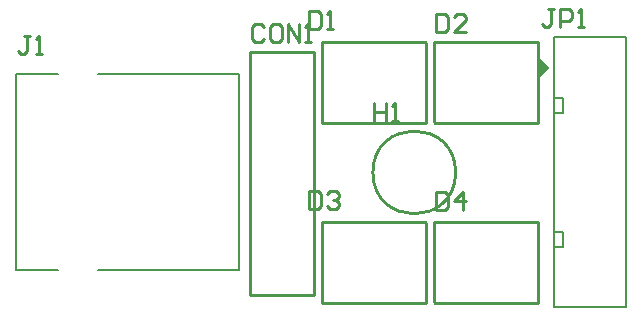
<source format=gto>
%FSTAX24Y24*%
%MOIN*%
G70*
G01*
G75*
%ADD10C,0.0120*%
%ADD11O,0.0900X0.0750*%
%ADD12R,0.0900X0.0750*%
%ADD13C,0.1380*%
%ADD14C,0.0591*%
%ADD15R,0.0591X0.0591*%
%ADD16C,0.1043*%
%ADD17C,0.1161*%
%ADD18C,0.0600*%
%ADD19R,0.0600X0.0600*%
%ADD20C,0.0902*%
%ADD21R,0.0902X0.0902*%
%ADD22C,0.0100*%
%ADD23C,0.0070*%
%ADD24C,0.0079*%
G36*
X049115Y030995D02*
X049105D01*
X048755Y030645D01*
Y031355D01*
X049115Y030995D01*
D02*
G37*
D22*
X04598Y0275D02*
G03*
X04598Y0275I-00138J0D01*
G01*
X039129Y023411D02*
X041265D01*
X039129D02*
Y031501D01*
X041265Y023411D02*
Y031501D01*
X039129D02*
X041265D01*
X044984Y029181D02*
Y031829D01*
X044974Y031839D02*
X044984Y031829D01*
X044453Y031839D02*
X044974D01*
X041516Y029161D02*
X041953D01*
X0446D02*
X044984D01*
X041516Y029171D02*
Y031839D01*
X041953Y029161D02*
X0446D01*
X041516Y031839D02*
X044453D01*
X045266Y029171D02*
Y031819D01*
Y029171D02*
X045276Y029161D01*
X045797D01*
X048297Y031839D02*
X048734D01*
X045266D02*
X04565D01*
X048734Y029161D02*
Y031829D01*
X04565Y031839D02*
X048297D01*
X045797Y029161D02*
X048734D01*
X044984Y023181D02*
Y025829D01*
X044974Y025839D02*
X044984Y025829D01*
X044453Y025839D02*
X044974D01*
X041516Y023161D02*
X041953D01*
X0446D02*
X044984D01*
X041516Y023171D02*
Y025839D01*
X041953Y023161D02*
X0446D01*
X041516Y025839D02*
X044453D01*
X045266Y023171D02*
Y025819D01*
Y023171D02*
X045276Y023161D01*
X045797D01*
X048297Y025839D02*
X048734D01*
X045266D02*
X04565D01*
X048734Y023161D02*
Y025829D01*
X04565Y025839D02*
X048297D01*
X045797Y023161D02*
X048734D01*
X04108Y03289D02*
Y03229D01*
X04138D01*
X04148Y03239D01*
Y03279D01*
X04138Y03289D01*
X04108D01*
X04168Y03229D02*
X04188D01*
X04178D01*
Y03289D01*
X04168Y03279D01*
X04532Y03279D02*
Y03219D01*
X04562D01*
X04572Y03229D01*
Y03269D01*
X04562Y03279D01*
X04532D01*
X04632Y03219D02*
X04592D01*
X04632Y03259D01*
Y03269D01*
X04622Y03279D01*
X04602D01*
X04592Y03269D01*
X04108Y02689D02*
Y02629D01*
X04138D01*
X04148Y02639D01*
Y02679D01*
X04138Y02689D01*
X04108D01*
X04168Y02679D02*
X04178Y02689D01*
X04198D01*
X04208Y02679D01*
Y02669D01*
X04198Y02659D01*
X04188D01*
X04198D01*
X04208Y02649D01*
Y02639D01*
X04198Y02629D01*
X04178D01*
X04168Y02639D01*
X04532Y02686D02*
Y02626D01*
X04562D01*
X04572Y02636D01*
Y02676D01*
X04562Y02686D01*
X04532D01*
X04622Y02626D02*
Y02686D01*
X04592Y02656D01*
X04632D01*
X043265Y029825D02*
Y029225D01*
Y029525D01*
X043665D01*
Y029825D01*
Y029225D01*
X043865D02*
X044065D01*
X043965D01*
Y029825D01*
X043865Y029725D01*
X04925Y03294D02*
X04905D01*
X04915D01*
Y03244D01*
X04905Y03234D01*
X04895D01*
X04885Y03244D01*
X04945Y03234D02*
Y03294D01*
X04975D01*
X04985Y03284D01*
Y03264D01*
X04975Y03254D01*
X04945D01*
X05005Y03234D02*
X05025D01*
X05015D01*
Y03294D01*
X05005Y03284D01*
X0318Y03206D02*
X0316D01*
X0317D01*
Y03156D01*
X0316Y03146D01*
X0315D01*
X0314Y03156D01*
X032Y03146D02*
X0322D01*
X0321D01*
Y03206D01*
X032Y03196D01*
X039575Y032355D02*
X039475Y032455D01*
X039275D01*
X039175Y032355D01*
Y031955D01*
X039275Y031855D01*
X039475D01*
X039575Y031955D01*
X040075Y032455D02*
X039875D01*
X039775Y032355D01*
Y031955D01*
X039875Y031855D01*
X040075D01*
X040175Y031955D01*
Y032355D01*
X040075Y032455D01*
X040375Y031855D02*
Y032455D01*
X040774Y031855D01*
Y032455D01*
X040974Y031855D02*
X041174D01*
X041074D01*
Y032455D01*
X040974Y032355D01*
D23*
X05025Y023D02*
X05165D01*
X04925Y032D02*
X05165D01*
X04925Y023D02*
Y032D01*
Y023D02*
X05025D01*
X05165D02*
Y032D01*
X04926Y02999D02*
X04956D01*
Y02949D02*
Y02999D01*
X04926Y02949D02*
X04956D01*
X04927Y02551D02*
X04957D01*
Y02501D02*
Y02551D01*
X04927Y02501D02*
X04957D01*
D24*
X031341Y030768D02*
X032741D01*
X031341Y024232D02*
X032741D01*
X031341D02*
Y030768D01*
X038742Y024232D02*
Y030768D01*
X034058Y024232D02*
X038742D01*
X034058Y030768D02*
X038742D01*
M02*

</source>
